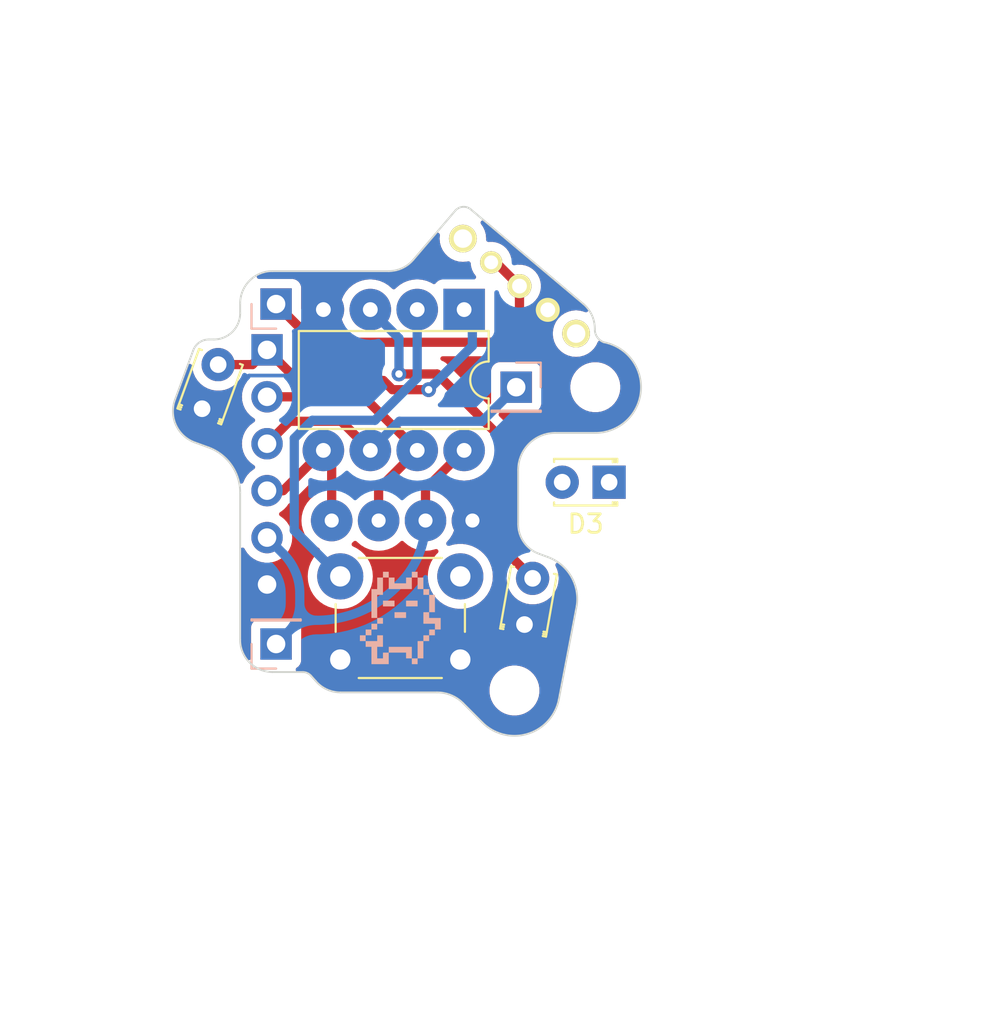
<source format=kicad_pcb>
(kicad_pcb (version 20240108) (generator "pcbnew") (generator_version "8.0")
  (layers (0 "F.Cu" signal) (31 "B.Cu" signal) (34 "B.Paste" user) (35 "F.Paste" user) (36 "B.SilkS" user "B.Silkscreen") (37 "F.SilkS" user "F.Silkscreen") (38 "B.Mask" user) (39 "F.Mask" user) (44 "Edge.Cuts" user))
  (net 0 "")
  (net 1 "GND")
  (net 2 "ISP RESET")
  (net 3 "ISP SCK")
  (net 4 "ISP MISO")
  (net 5 "ISP MOSI")
  (net 6 "BUTTON")
  (net 7 "VCC")
  (net 8 "LED")
  (net 9 "Net-(J3-Pin_1)")
  (footprint "Package_DIP:DIP-8_W7.62mm" (layer "F.Cu") (at 39.175 51.983079 -90)
    (property "Reference" "U1" (hide yes))
    (property "Value" "ATtiny85V-10P")
    (fp_line (start 1.16 8.95) (end 6.46 8.95) (stroke (width 0.12)) (layer "F.SilkS"))
    (fp_line (start 6.46 8.95) (end 6.46 -1.33) (stroke (width 0.12)) (layer "F.SilkS"))
    (fp_line (start 1.16 -1.33) (end 1.16 8.95) (stroke (width 0.12)) (layer "F.SilkS"))
    (fp_line (start 2.81 -1.33) (end 1.16 -1.33) (stroke (width 0.12)) (layer "F.SilkS"))
    (fp_line (start 6.46 -1.33) (end 4.81 -1.33) (stroke (width 0.12)) (layer "F.SilkS"))
    (fp_arc (start 4.81 -1.33) (mid 3.81 -0.33) (end 2.81 -1.33) (stroke (width 0.12)) (layer "F.SilkS"))
    (pad "1" thru_hole rect (at 0 0 270) (size 2.25 2.25) (drill 0.8) (layers "*.Cu" "*.Mask") (net 2 "ISP RESET"))
    (pad "2" thru_hole circle (at 0 2.54 270) (size 2.25 2.25) (drill 0.8) (layers "*.Cu" "*.Mask") (net 6 "BUTTON"))
    (pad "3" thru_hole circle (at 0 5.08 270) (size 2.25 2.25) (drill 0.8) (layers "*.Cu" "*.Mask") (net 8 "LED"))
    (pad "4" thru_hole circle (at 0 7.62 270) (size 2.25 2.25) (drill 0.8) (layers "*.Cu" "*.Mask") (net 1 "GND"))
    (pad "5" thru_hole circle (at 7.62 7.62 270) (size 2.25 2.25) (drill 0.8) (layers "*.Cu" "*.Mask") (net 5 "ISP MOSI"))
    (pad "6" thru_hole circle (at 7.62 5.08 270) (size 2.25 2.25) (drill 0.8) (layers "*.Cu" "*.Mask") (net 4 "ISP MISO"))
    (pad "7" thru_hole circle (at 7.62 2.54 270) (size 2.25 2.25) (drill 0.8) (layers "*.Cu" "*.Mask") (net 3 "ISP SCK"))
    (pad "8" thru_hole circle (at 7.62 0 270) (size 2.25 2.25) (drill 0.8) (layers "*.Cu" "*.Mask") (net 7 "VCC"))
  )
  (footprint "MountingHole:MountingHole_2.2mm_M2" (layer "F.Cu") (at 41.9 72.6)
    (property "Reference" "H2" (hide yes))
    (property "Value" "MountingHole" (hide yes))
    (pad "" np_thru_hole circle (at 0 0) (size 2.2 2.2) (drill 2.2) (layers "*.Cu" "*.Mask"))
  )
  (footprint "MountingHole:MountingHole_2.2mm_M2" (layer "F.Cu") (at 46.277036 56.183079)
    (property "Reference" "H1" (hide yes))
    (property "Value" "MountingHole" (hide yes))
    (pad "" np_thru_hole circle (at 0 0) (size 2.2 2.2) (drill 2.2) (layers "*.Cu" "*.Mask"))
  )
  (footprint "1825232-1:18252321" (layer "F.Cu") (at 43.704199 51.996982 140)
    (property "Reference" "SW2")
    (property "Value" "SW_Push" (hide yes))
    (pad "1" thru_hole circle (at 0 0 230) (size 1.3 1.3) (drill 0.8) (layers "*.Cu" "*.Mask" "F.SilkS") (net 1 "GND"))
    (pad "2" thru_hole circle (at 2 0 230) (size 1.3 1.3) (drill 0.8) (layers "*.Cu" "*.Mask" "F.SilkS") (net 9 "Net-(J3-Pin_1)"))
    (pad "2" thru_hole circle (at 4 0 230) (size 1.2 1.2) (drill 0.75) (layers "*.Cu" "*.Mask" "F.SilkS") (net 9 "Net-(J3-Pin_1)"))
    (pad "MH1" thru_hole circle (at -2 0 230) (size 1.5 1.5) (drill 1) (layers "*.Cu" "*.Mask" "F.SilkS"))
    (pad "MH2" thru_hole circle (at 6 0 230) (size 1.5 1.5) (drill 1) (layers "*.Cu" "*.Mask" "F.SilkS"))
  )
  (footprint "Button_Switch_THT:SW_PUSH_6mm" (layer "F.Cu") (at 38.968713 70.923675 180)
    (property "Reference" "SW1" (hide yes))
    (property "Value" "Main Button")
    (fp_line (start 6.75 3) (end 6.75 1.5) (stroke (width 0.12)) (layer "F.SilkS"))
    (fp_line (start 5.5 -1) (end 1 -1) (stroke (width 0.12)) (layer "F.SilkS"))
    (fp_line (start 1 5.5) (end 5.5 5.5) (stroke (width 0.12)) (layer "F.SilkS"))
    (fp_line (start -0.25 1.5) (end -0.25 3) (stroke (width 0.12)) (layer "F.SilkS"))
    (pad "1" thru_hole circle (at 0 0 270) (size 2.5 2.5) (drill 1.1) (layers "*.Cu" "*.Mask") (net 1 "GND"))
    (pad "1" thru_hole circle (at 6.5 0 270) (size 2.5 2.5) (drill 1.1) (layers "*.Cu" "*.Mask") (net 1 "GND"))
    (pad "2" thru_hole circle (at 0 4.5 270) (size 2.5 2.5) (drill 1.1) (layers "*.Cu" "*.Mask") (net 6 "BUTTON"))
    (pad "2" thru_hole circle (at 6.5 4.5 270) (size 2.5 2.5) (drill 1.1) (layers "*.Cu" "*.Mask") (net 6 "BUTTON"))
  )
  (footprint "LED_THT:LED_D1.8mm_W3.3mm_H2.4mm" (layer "F.Cu") (at 24.988925 57.348109 70)
    (property "Reference" "D2" (hide yes))
    (property "Value" "LED")
    (fp_line (start -0.439999 -1.26) (end -0.44 -1.079999) (stroke (width 0.12)) (layer "F.SilkS"))
    (fp_line (start -0.439999 -1.26) (end 2.98 -1.26) (stroke (width 0.12)) (layer "F.SilkS"))
    (fp_line (start -0.320001 -1.26) (end -0.32 -1.08) (stroke (width 0.12)) (layer "F.SilkS"))
    (fp_line (start -0.2 -1.259999) (end -0.2 -1.08) (stroke (width 0.12)) (layer "F.SilkS"))
    (fp_line (start 2.98 -1.26) (end 2.98 -1.095) (stroke (width 0.12)) (layer "F.SilkS"))
    (fp_line (start -0.439999 1.080001) (end -0.44 1.26) (stroke (width 0.12)) (layer "F.SilkS"))
    (fp_line (start -0.319999 1.08) (end -0.32 1.26) (stroke (width 0.12)) (layer "F.SilkS"))
    (fp_line (start -0.200001 1.08) (end -0.2 1.26) (stroke (width 0.12)) (layer "F.SilkS"))
    (fp_line (start -0.44 1.26) (end 2.98 1.26) (stroke (width 0.12)) (layer "F.SilkS"))
    (fp_line (start 2.98 1.095) (end 2.98 1.26) (stroke (width 0.12)) (layer "F.SilkS"))
    (pad "1" thru_hole rect (at 0 0 70) (size 1.8 1.8) (drill 0.9) (layers "*.Cu" "*.Mask") (net 1 "GND"))
    (pad "2" thru_hole circle (at 2.54 0.000001 70) (size 1.8 1.8) (drill 0.9) (layers "*.Cu" "*.Mask") (net 2 "ISP RESET"))
  )
  (footprint "Stepchild:Tiny OLED module" (layer "F.Cu") (at 35.815 63.4 180)
    (property "Reference" "U2" (hide yes))
    (property "Value" "OLED" (hide yes))
    (pad "1" thru_hole circle (at -3.81 0 180) (size 2.25 2.25) (drill 0.762) (layers "*.Cu" "*.Mask") (net 1 "GND"))
    (pad "2" thru_hole circle (at -1.27 0 180) (size 2.25 2.25) (drill 0.762) (layers "*.Cu" "*.Mask") (net 7 "VCC"))
    (pad "3" thru_hole circle (at 1.27 0 180) (size 2.25 2.25) (drill 0.762) (layers "*.Cu" "*.Mask") (net 3 "ISP SCK"))
    (pad "4" thru_hole circle (at 3.81 0 180) (size 2.25 2.25) (drill 0.762) (layers "*.Cu" "*.Mask") (net 5 "ISP MOSI"))
  )
  (footprint "LED_THT:LED_D1.8mm_W3.3mm_H2.4mm" (layer "F.Cu") (at 47.025 61.325 180)
    (property "Reference" "D3" (at 1.27 -2.26 180) (layer "F.SilkS"))
    (property "Value" "LED")
    (fp_line (start 2.98 1.095) (end 2.98 1.26) (stroke (width 0.12)) (layer "F.SilkS"))
    (fp_line (start 2.98 -1.26) (end 2.98 -1.095) (stroke (width 0.12)) (layer "F.SilkS"))
    (fp_line (start -0.2 1.08) (end -0.2 1.26) (stroke (width 0.12)) (layer "F.SilkS"))
    (fp_line (start -0.2 -1.26) (end -0.2 -1.08) (stroke (width 0.12)) (layer "F.SilkS"))
    (fp_line (start -0.32 1.08) (end -0.32 1.26) (stroke (width 0.12)) (layer "F.SilkS"))
    (fp_line (start -0.32 -1.26) (end -0.32 -1.08) (stroke (width 0.12)) (layer "F.SilkS"))
    (fp_line (start -0.44 1.26) (end 2.98 1.26) (stroke (width 0.12)) (layer "F.SilkS"))
    (fp_line (start -0.44 1.08) (end -0.44 1.26) (stroke (width 0.12)) (layer "F.SilkS"))
    (fp_line (start -0.44 -1.26) (end 2.98 -1.26) (stroke (width 0.12)) (layer "F.SilkS"))
    (fp_line (start -0.44 -1.26) (end -0.44 -1.08) (stroke (width 0.12)) (layer "F.SilkS"))
    (pad "1" thru_hole rect (at 0 0 180) (size 1.8 1.8) (drill 0.9) (layers "*.Cu" "*.Mask") (net 1 "GND"))
    (pad "2" thru_hole circle (at 2.54 0 180) (size 1.8 1.8) (drill 0.9) (layers "*.Cu" "*.Mask") (net 4 "ISP MISO"))
  )
  (footprint "LED_THT:LED_D1.8mm_W3.3mm_H2.4mm" (layer "F.Cu") (at 42.442843 69.03063 80)
    (property "Reference" "D1" (hide yes))
    (property "Value" "LED")
    (fp_line (start -0.44 -1.260001) (end -0.44 -1.08) (stroke (width 0.12)) (layer "F.SilkS"))
    (fp_line (start -0.44 -1.260001) (end 2.979999 -1.26) (stroke (width 0.12)) (layer "F.SilkS"))
    (fp_line (start -0.319999 -1.26) (end -0.319999 -1.079999) (stroke (width 0.12)) (layer "F.SilkS"))
    (fp_line (start -0.2 -1.260001) (end -0.2 -1.08) (stroke (width 0.12)) (layer "F.SilkS"))
    (fp_line (start 2.979999 -1.26) (end 2.98 -1.095) (stroke (width 0.12)) (layer "F.SilkS"))
    (fp_line (start -0.440001 1.08) (end -0.44 1.26) (stroke (width 0.12)) (layer "F.SilkS"))
    (fp_line (start -0.319999 1.08) (end -0.32 1.26) (stroke (width 0.12)) (layer "F.SilkS"))
    (fp_line (start -0.199999 1.08) (end -0.2 1.26) (stroke (width 0.12)) (layer "F.SilkS"))
    (fp_line (start -0.44 1.26) (end 2.980001 1.260001) (stroke (width 0.12)) (layer "F.SilkS"))
    (fp_line (start 2.98 1.095) (end 2.980001 1.260001) (stroke (width 0.12)) (layer "F.SilkS"))
    (pad "1" thru_hole rect (at 0 0 80) (size 1.8 1.8) (drill 0.9) (layers "*.Cu" "*.Mask") (net 1 "GND"))
    (pad "2" thru_hole circle (at 2.539999 0 80) (size 1.8 1.8) (drill 0.9) (layers "*.Cu" "*.Mask") (net 8 "LED"))
  )
  (footprint "Connector_PinHeader_2.54mm:PinHeader_1x01_P2.54mm_Vertical" (layer "B.Cu") (at 41.99396 56.183079 180)
    (property "Reference" "J6" (hide yes))
    (property "Value" "Conn_01x01_Female")
    (fp_line (start 1.33 -1.27) (end -1.33 -1.27) (stroke (width 0.12)) (layer "B.SilkS"))
    (fp_line (start 1.33 -1.33) (end 1.33 -1.27) (stroke (width 0.12)) (layer "B.SilkS"))
    (fp_line (start 1.33 -1.33) (end -1.33 -1.33) (stroke (width 0.12)) (layer "B.SilkS"))
    (fp_line (start 0 1.33) (end -1.33 1.33) (stroke (width 0.12)) (layer "B.SilkS"))
    (fp_line (start -1.33 1.33) (end -1.33 0) (stroke (width 0.12)) (layer "B.SilkS"))
    (fp_line (start -1.33 -1.33) (end -1.33 -1.27) (stroke (width 0.12)) (layer "B.SilkS"))
    (pad "1" thru_hole rect (at 0 0 180) (size 1.7 1.7) (drill 1) (layers "*.Cu" "*.Mask") (net 4 "ISP MISO"))
  )
  (footprint "LOGO" (layer "B.Cu") (at 35.718713 68.673675 180)
    (property "Reference" "G***" (hide yes))
    (property "Value" "LOGO" (hide yes))
    (fp_poly (pts (xy 1.875461 -0.781442) (xy 1.875461 -0.937731) (xy 1.719173 -0.937731) (xy 1.562884 -0.937731) (xy 1.562884 -0.781442) (xy 1.562884 -0.625154) (xy 1.719173 -0.625154) (xy 1.875461 -0.625154)) (fill solid) (layer "B.SilkS"))
    (fp_poly (pts (xy 1.562884 -0.468865) (xy 1.562884 -0.625154) (xy 1.406596 -0.625154) (xy 1.250307 -0.625154) (xy 1.250307 -0.468865) (xy 1.250307 -0.312577) (xy 1.406596 -0.312577) (xy 1.562884 -0.312577)) (fill solid) (layer "B.SilkS"))
    (fp_poly (pts (xy 0.937731 0.781442) (xy 0.937731 0.625154) (xy 0.625154 0.625154) (xy 0.312577 0.625154) (xy 0.312577 0.781442) (xy 0.312577 0.937731) (xy 0.625154 0.937731) (xy 0.937731 0.937731)) (fill solid) (layer "B.SilkS"))
    (fp_poly (pts (xy 0.312577 0.156289) (xy 0.312577 0) (xy 0 0) (xy -0.312577 0) (xy -0.312577 0.156289) (xy -0.312577 0.312577) (xy 0 0.312577) (xy 0.312577 0.312577)) (fill solid) (layer "B.SilkS"))
    (fp_poly (pts (xy -0.312577 0.781442) (xy -0.312577 0.625154) (xy -0.625154 0.625154) (xy -0.937731 0.625154) (xy -0.937731 0.781442) (xy -0.937731 0.937731) (xy -0.625154 0.937731) (xy -0.312577 0.937731)) (fill solid) (layer "B.SilkS"))
    (fp_poly (pts (xy -1.250308 -1.094019) (xy -1.250308 -1.250307) (xy -1.406596 -1.250307) (xy -1.562885 -1.250307) (xy -1.562885 -1.094019) (xy -1.562885 -0.937731) (xy -1.406596 -0.937731) (xy -1.250308 -0.937731)) (fill solid) (layer "B.SilkS"))
    (fp_poly (pts (xy -1.562885 -0.781442) (xy -1.562885 -0.937731) (xy -1.719173 -0.937731) (xy -1.875462 -0.937731) (xy -1.875462 -0.781442) (xy -1.875462 -0.625154) (xy -1.719173 -0.625154) (xy -1.562885 -0.625154)) (fill solid) (layer "B.SilkS"))
    (fp_poly (pts (xy -1.250308 0) (xy -1.250308 -0.312577) (xy -1.562885 -0.312577) (xy -1.875462 -0.312577) (xy -1.875462 -0.468865) (xy -1.875462 -0.625154) (xy -2.03175 -0.625154) (xy -2.188039 -0.625154) (xy -2.188039 -0.312577) (xy -2.188039 0) (xy -1.875462 0) (xy -1.562885 0) (xy -1.562885 0.156289) (xy -1.562885 0.312577) (xy -1.406596 0.312577) (xy -1.250308 0.312577)) (fill solid) (layer "B.SilkS"))
    (fp_poly (pts (xy 1.250307 1.875462) (xy 1.250307 1.562885) (xy 1.406596 1.562885) (xy 1.562884 1.562885) (xy 1.562884 0.781442) (xy 1.562884 0) (xy 1.406596 0) (xy 1.250307 0) (xy 1.250307 -0.156288) (xy 1.250307 -0.312577) (xy 1.094019 -0.312577) (xy 0.937731 -0.312577) (xy 0.937731 -0.156288) (xy 0.937731 0) (xy 1.094019 0) (xy 1.250307 0) (xy 1.250307 0.625154) (xy 1.250307 1.250308) (xy 1.094019 1.250308) (xy 0.937731 1.250308) (xy 0.937731 1.719173) (xy 0.937731 2.188039) (xy 1.094019 2.188039) (xy 1.250307 2.188039)) (fill solid) (layer "B.SilkS"))
    (fp_poly (pts (xy 0.937731 2.344327) (xy 0.937731 2.188039) (xy 0.781442 2.188039) (xy 0.625154 2.188039) (xy 0.625154 1.875462) (xy 0.625154 1.562885) (xy 0 1.562885) (xy -0.625154 1.562885) (xy -0.625154 1.875462) (xy -0.625154 2.188039) (xy -0.468866 2.188039) (xy -0.312577 2.188039) (xy -0.312577 2.03175) (xy -0.312577 1.875462) (xy 0 1.875462) (xy 0.312577 1.875462) (xy 0.312577 2.03175) (xy 0.312577 2.188039) (xy 0.468865 2.188039) (xy 0.625154 2.188039) (xy 0.625154 2.344327) (xy 0.625154 2.500615) (xy 0.781442 2.500615) (xy 0.937731 2.500615)) (fill solid) (layer "B.SilkS"))
    (fp_poly (pts (xy -0.937731 -1.719173) (xy -0.937731 -2.188038) (xy -0.781442 -2.188038) (xy -0.625154 -2.188038) (xy -0.625154 -1.875461) (xy -0.625154 -1.562884) (xy 0 -1.562884) (xy 0.625154 -1.562884) (xy 0.625154 -1.719173) (xy 0.625154 -1.875461) (xy 0.156288 -1.875461) (xy -0.312577 -1.875461) (xy -0.312577 -2.03175) (xy -0.312577 -2.188038) (xy -0.468866 -2.188038) (xy -0.625154 -2.188038) (xy -0.625154 -2.344327) (xy -0.625154 -2.500615) (xy -0.781442 -2.500615) (xy -0.937731 -2.500615) (xy -0.937731 -2.344327) (xy -0.937731 -2.188038) (xy -1.094019 -2.188038) (xy -1.250308 -2.188038) (xy -1.250308 -1.719173) (xy -1.250308 -1.250307) (xy -1.094019 -1.250307) (xy -0.937731 -1.250307)) (fill solid) (layer "B.SilkS"))
    (fp_poly (pts (xy -0.625154 2.344327) (xy -0.625154 2.188039) (xy -0.781442 2.188039) (xy -0.937731 2.188039) (xy -0.937731 1.875462) (xy -0.937731 1.562885) (xy -1.094019 1.562885) (xy -1.250308 1.562885) (xy -1.250308 1.406596) (xy -1.250308 1.250308) (xy -1.406596 1.250308) (xy -1.562885 1.250308) (xy -1.562885 0.781442) (xy -1.562885 0.312577) (xy -1.719173 0.312577) (xy -1.875462 0.312577) (xy -1.875462 0.781442) (xy -1.875462 1.250308) (xy -1.719173 1.250308) (xy -1.562885 1.250308) (xy -1.562885 1.406596) (xy -1.562885 1.562885) (xy -1.406596 1.562885) (xy -1.250308 1.562885) (xy -1.250308 1.875462) (xy -1.250308 2.188039) (xy -1.094019 2.188039) (xy -0.937731 2.188039) (xy -0.937731 2.344327) (xy -0.937731 2.500615) (xy -0.781442 2.500615) (xy -0.625154 2.500615)) (fill solid) (layer "B.SilkS"))
    (fp_poly (pts (xy 1.250307 -1.094019) (xy 1.250307 -1.250307) (xy 1.562884 -1.250307) (xy 1.875461 -1.250307) (xy 1.875461 -1.094019) (xy 1.875461 -0.937731) (xy 2.03175 -0.937731) (xy 2.188038 -0.937731) (xy 2.188038 -1.094019) (xy 2.188038 -1.250307) (xy 2.03175 -1.250307) (xy 1.875461 -1.250307) (xy 1.875461 -1.406596) (xy 1.875461 -1.562884) (xy 1.719173 -1.562884) (xy 1.562884 -1.562884) (xy 1.562884 -2.03175) (xy 1.562884 -2.500615) (xy 1.094019 -2.500615) (xy 0.625154 -2.500615) (xy 0.625154 -2.188038) (xy 0.625154 -1.875461) (xy 0.781442 -1.875461) (xy 0.937731 -1.875461) (xy 0.937731 -2.03175) (xy 0.937731 -2.188038) (xy 1.094019 -2.188038) (xy 1.250307 -2.188038) (xy 1.250307 -1.875461) (xy 1.250307 -1.562884) (xy 1.094019 -1.562884) (xy 0.937731 -1.562884) (xy 0.937731 -1.250307) (xy 0.937731 -0.937731) (xy 1.094019 -0.937731) (xy 1.250307 -0.937731)) (fill solid) (layer "B.SilkS"))
  )
  (footprint "Connector_PinHeader_2.54mm:PinHeader_1x06_P2.54mm_Vertical" (layer "B.Cu") (at 28.505077 54.163079 180)
    (property "Reference" "J1" (hide yes))
    (property "Value" "Programming port" (hide yes))
    (pad "1" thru_hole rect (at 0 0 180) (size 1.7 1.7) (drill 1) (layers "*.Cu" "*.Mask") (net 2 "ISP RESET"))
    (pad "2" thru_hole oval (at 0 -2.54 180) (size 1.7 1.7) (drill 1) (layers "*.Cu" "*.Mask") (net 3 "ISP SCK"))
    (pad "3" thru_hole oval (at 0 -5.08 180) (size 1.7 1.7) (drill 1) (layers "*.Cu" "*.Mask") (net 4 "ISP MISO"))
    (pad "4" thru_hole oval (at 0 -7.62 180) (size 1.7 1.7) (drill 1) (layers "*.Cu" "*.Mask") (net 5 "ISP MOSI"))
    (pad "5" thru_hole oval (at 0 -10.16 180) (size 1.7 1.7) (drill 1) (layers "*.Cu" "*.Mask") (net 7 "VCC"))
    (pad "6" thru_hole oval (at 0 -12.7 180) (size 1.7 1.7) (drill 1) (layers "*.Cu" "*.Mask") (net 1 "GND"))
  )
  (footprint "Connector_PinHeader_2.54mm:PinHeader_1x01_P2.54mm_Vertical" (layer "B.Cu") (at 28.99396 51.683079)
    (property "Reference" "J3" (hide yes))
    (property "Value" "Conn_01x01_Female" (hide yes))
    (fp_line (start -1.33 1.33) (end -1.33 0) (stroke (width 0.12)) (layer "B.SilkS"))
    (fp_line (start 0 1.33) (end -1.33 1.33) (stroke (width 0.12)) (layer "B.SilkS"))
    (pad "1" thru_hole rect (at 0 0) (size 1.7 1.7) (drill 1) (layers "*.Cu" "*.Mask") (net 9 "Net-(J3-Pin_1)"))
  )
  (footprint "Connector_PinHeader_2.54mm:PinHeader_1x01_P2.54mm_Vertical" (layer "B.Cu") (at 28.99396 70.083079)
    (property "Reference" "J2" (hide yes))
    (property "Value" "Conn_01x01_Female" (hide yes))
    (fp_line (start -1.33 -1.33) (end -1.33 -1.27) (stroke (width 0.12)) (layer "B.SilkS"))
    (fp_line (start -1.33 1.33) (end -1.33 0) (stroke (width 0.12)) (layer "B.SilkS"))
    (fp_line (start 0 1.33) (end -1.33 1.33) (stroke (width 0.12)) (layer "B.SilkS"))
    (fp_line (start 1.33 -1.33) (end -1.33 -1.33) (stroke (width 0.12)) (layer "B.SilkS"))
    (fp_line (start 1.33 -1.33) (end 1.33 -1.27) (stroke (width 0.12)) (layer "B.SilkS"))
    (fp_line (start 1.33 -1.27) (end -1.33 -1.27) (stroke (width 0.12)) (layer "B.SilkS"))
    (pad "1" thru_hole rect (at 0 0) (size 1.7 1.7) (drill 1) (layers "*.Cu" "*.Mask") (net 7 "VCC"))
  )
  (gr_arc (start 30.440008 71.6) (mid 30.684445 71.652052) (end 30.886476 71.799168) (stroke (width 0.1)) (layer "Edge.Cuts"))
  (gr_line (start 25.339186 59.443399) (end 24.595954 59.172885) (stroke (width 0.1)) (layer "Edge.Cuts"))
  (gr_arc (start 42.1 60.657166) (mid 42.685798 59.242974) (end 44.1 58.657166) (stroke (width 0.1)) (layer "Edge.Cuts"))
  (gr_line (start 46.250002 53.01457) (end 46.250001 53.049988) (stroke (width 0.1)) (layer "Edge.Cuts"))
  (gr_line (start 42.1 60.657166) (end 42.1 63.598583) (stroke (width 0.1)) (layer "Edge.Cuts"))
  (gr_arc (start 38.709268 46.611441) (mid 39.11203 46.420049) (end 39.535638 46.559412) (stroke (width 0.1)) (layer "Edge.Cuts"))
  (gr_line (start 27.05 51.65) (end 27.05 52.175) (stroke (width 0.1)) (layer "Edge.Cuts"))
  (gr_arc (start 36.423942 49.286668) (mid 35.825924 49.739303) (end 35.093346 49.9) (stroke (width 0.1)) (layer "Edge.Cuts"))
  (gr_line (start 27.05 69.85) (end 27.049933 61.886578) (stroke (width 0.1)) (layer "Edge.Cuts"))
  (gr_line (start 39.535638 46.559412) (end 45.625535 51.674514) (stroke (width 0.1)) (layer "Edge.Cuts"))
  (gr_arc (start 32.475 72.7) (mid 31.740032 72.538182) (end 31.140985 72.082654) (stroke (width 0.1)) (layer "Edge.Cuts"))
  (gr_arc (start 46.735658 53.751871) (mid 48.74038 56.41339) (end 46.277036 58.657166) (stroke (width 0.1)) (layer "Edge.Cuts"))
  (gr_line (start 40.167711 74.332289) (end 39.121208 73.285786) (stroke (width 0.1)) (layer "Edge.Cuts"))
  (gr_line (start 38.709268 46.611441) (end 36.423942 49.286668) (stroke (width 0.1)) (layer "Edge.Cuts"))
  (gr_line (start 25.625 53.6) (end 25.352255 53.6) (stroke (width 0.1)) (layer "Edge.Cuts"))
  (gr_line (start 24.507887 54.188481) (end 23.522855 56.858401) (stroke (width 0.1)) (layer "Edge.Cuts"))
  (gr_arc (start 27.05 51.65) (mid 27.562563 50.412563) (end 28.8 49.9) (stroke (width 0.1)) (layer "Edge.Cuts"))
  (gr_arc (start 25.339186 59.443399) (mid 26.579708 60.395298) (end 27.049933 61.886578) (stroke (width 0.1)) (layer "Edge.Cuts"))
  (gr_line (start 46.277036 58.657166) (end 44.1 58.657166) (stroke (width 0.1)) (layer "Edge.Cuts"))
  (gr_line (start 35.093346 49.9) (end 28.8 49.9) (stroke (width 0.1)) (layer "Edge.Cuts"))
  (gr_arc (start 27.05 52.175) (mid 26.632627 53.182627) (end 25.625 53.6) (stroke (width 0.1)) (layer "Edge.Cuts"))
  (gr_arc (start 24.595954 59.172885) (mid 23.578575 58.238578) (end 23.522855 56.858401) (stroke (width 0.1)) (layer "Edge.Cuts"))
  (gr_arc (start 37.706995 72.7) (mid 38.472363 72.852239) (end 39.121208 73.285786) (stroke (width 0.1)) (layer "Edge.Cuts"))
  (gr_arc (start 46.735658 53.75187) (mid 46.383249 53.476751) (end 46.250001 53.049988) (stroke (width 0.1)) (layer "Edge.Cuts"))
  (gr_arc (start 44.298057 73.100976) (mid 42.599889 74.947724) (end 40.167711 74.332289) (stroke (width 0.1)) (layer "Edge.Cuts"))
  (gr_line (start 44.298057 73.100976) (end 45.27163 68.000859) (stroke (width 0.1)) (layer "Edge.Cuts"))
  (gr_line (start 43.706101 65.375837) (end 43.21189 65.193614) (stroke (width 0.1)) (layer "Edge.Cuts"))
  (gr_arc (start 45.625535 51.674514) (mid 46.086212 52.275363) (end 46.250002 53.01457) (stroke (width 0.1)) (layer "Edge.Cuts"))
  (gr_arc (start 28.8 71.6) (mid 27.562563 71.087437) (end 27.05 69.85) (stroke (width 0.1)) (layer "Edge.Cuts"))
  (gr_arc (start 24.507887 54.188481) (mid 24.837651 53.761634) (end 25.352255 53.6) (stroke (width 0.1)) (layer "Edge.Cuts"))
  (gr_arc (start 43.706101 65.375837) (mid 44.956084 66.409705) (end 45.27163 68.000859) (stroke (width 0.1)) (layer "Edge.Cuts"))
  (gr_arc (start 43.21189 65.193614) (mid 42.405406 64.570748) (end 42.1 63.598583) (stroke (width 0.1)) (layer "Edge.Cuts"))
  (gr_line (start 31.140985 72.082654) (end 30.886476 71.799168) (stroke (width 0.1)) (layer "Edge.Cuts"))
  (gr_line (start 28.8 71.6) (end 30.440008 71.6) (stroke (width 0.1)) (layer "Edge.Cuts"))
  (gr_line (start 37.706995 72.7) (end 32.475 72.7) (stroke (width 0.1)) (layer "Edge.Cuts"))
  (segment (start 27.536921 55.553079) (end 30.146921 55.553079) (width 0.2) (layer "B.Cu") (net 1))
  (segment (start 30.146921 55.553079) (end 30.15 55.55) (width 0.2) (layer "B.Cu") (net 1))
  (segment (start 25.75 57.34) (end 27.536921 55.553079) (width 0.2) (layer "B.Cu") (net 1))
  (segment (start 28.505077 54.163079) (end 30.162256 55.820258) (width 0.5) (layer "F.Cu") (net 2))
  (segment (start 30.162256 55.820258) (end 34.79736 55.820258) (width 0.5) (layer "F.Cu") (net 2))
  (segment (start 25.857657 54.96129) (end 27.706866 54.96129) (width 0.5) (layer "F.Cu") (net 2))
  (segment (start 27.706866 54.96129) (end 28.505077 54.163079) (width 0.5) (layer "F.Cu") (net 2))
  (segment (start 35.295278 56.318176) (end 37.25 56.318176) (width 0.5) (layer "F.Cu") (net 2))
  (segment (start 34.79736 55.820258) (end 35.295278 56.318176) (width 0.5) (layer "F.Cu") (net 2))
  (via (at 37.25 56.318176) (size 0.8) (drill 0.4) (layers "F.Cu" "B.Cu") (net 2))
  (segment (start 37.25 56.318176) (end 39.620077 53.948099) (width 0.5) (layer "B.Cu") (net 2))
  (segment (start 39.620077 53.948099) (end 39.620077 51.983079) (width 0.5) (layer "B.Cu") (net 2))
  (segment (start 36.635 59.603079) (end 33.735 56.703079) (width 0.5) (layer "F.Cu") (net 3))
  (segment (start 34.545 63.4) (end 34.545 61.693079) (width 0.5) (layer "F.Cu") (net 3))
  (segment (start 33.735 56.703079) (end 28.505077 56.703079) (width 0.5) (layer "F.Cu") (net 3))
  (segment (start 34.545 61.693079) (end 36.635 59.603079) (width 0.5) (layer "F.Cu") (net 3))
  (segment (start 29.720077 58.028079) (end 28.505077 59.243079) (width 0.5) (layer "F.Cu") (net 4))
  (segment (start 34.095 59.603079) (end 32.52 58.028079) (width 0.5) (layer "F.Cu") (net 4))
  (segment (start 32.52 58.028079) (end 29.720077 58.028079) (width 0.5) (layer "F.Cu") (net 4))
  (segment (start 34.095 59.603079) (end 35.67 58.028079) (width 0.5) (layer "B.Cu") (net 4))
  (segment (start 35.67 58.028079) (end 40.14896 58.028079) (width 0.5) (layer "B.Cu") (net 4))
  (segment (start 40.14896 58.028079) (end 41.99396 56.183079) (width 0.5) (layer "B.Cu") (net 4))
  (segment (start 29.375 61.783079) (end 31.555 59.603079) (width 0.5) (layer "F.Cu") (net 5))
  (segment (start 32.005 63.4) (end 32.005 60.053079) (width 0.5) (layer "F.Cu") (net 5))
  (segment (start 28.505077 61.783079) (end 29.375 61.783079) (width 0.5) (layer "F.Cu") (net 5))
  (segment (start 32.468713 66.423675) (end 29.98 63.934962) (width 0.5) (layer "B.Cu") (net 6))
  (segment (start 34.342618 57.975) (end 36.635 55.682618) (width 0.5) (layer "B.Cu") (net 6))
  (segment (start 30.955692 57.975) (end 34.342618 57.975) (width 0.5) (layer "B.Cu") (net 6))
  (segment (start 29.98 58.950692) (end 30.955692 57.975) (width 0.5) (layer "B.Cu") (net 6))
  (segment (start 36.635 55.682618) (end 36.635 51.983079) (width 0.5) (layer "B.Cu") (net 6))
  (segment (start 29.98 63.934962) (end 29.98 58.950692) (width 0.5) (layer "B.Cu") (net 6))
  (segment (start 37.085 61.693079) (end 39.175 59.603079) (width 0.5) (layer "F.Cu") (net 7))
  (segment (start 37.085 63.4) (end 37.085 61.693079) (width 0.5) (layer "F.Cu") (net 7))
  (segment (start 35.660164 66.839834) (end 35.478902 67.021096) (width 0.5) (layer "B.Cu") (net 7))
  (segment (start 29.391058 65.20906) (end 28.505077 64.323079) (width 0.5) (layer "B.Cu") (net 7))
  (segment (start 30.277039 67.892726) (end 30.277039 67.348007) (width 0.5) (layer "B.Cu") (net 7))
  (segment (start 29.635499 69.441539) (end 28.99396 70.083079) (width 0.5) (layer "B.Cu") (net 7))
  (arc (start 35.478902 67.021096) (mid 33.508501 68.337678) (end 31.184312 68.8) (width 0.5) (layer "B.Cu") (net 7))
  (arc (start 30.277039 67.892726) (mid 30.542773 68.534265) (end 31.184312 68.8) (width 0.5) (layer "B.Cu") (net 7))
  (arc (start 29.391058 65.20906) (mid 30.04678 66.190417) (end 30.277039 67.348007) (width 0.5) (layer "B.Cu") (net 7))
  (arc (start 29.635499 69.441539) (mid 30.110308 68.730937) (end 30.277039 67.892726) (width 0.5) (layer "B.Cu") (net 7))
  (arc (start 37.085 63.4) (mid 36.714697 65.261614) (end 35.660164 66.839834) (width 0.5) (layer "B.Cu") (net 7))
  (arc (start 31.184312 68.8) (mid 30.3461 68.96673) (end 29.635499 69.441539) (width 0.5) (layer "B.Cu") (net 7))
  (segment (start 35.64736 55.468176) (end 37.712561 55.468176) (width 0.5) (layer "F.Cu") (net 8))
  (segment (start 41.225 58.980615) (end 41.225 64.87031) (width 0.5) (layer "F.Cu") (net 8))
  (segment (start 37.712561 55.468176) (end 41.225 58.980615) (width 0.5) (layer "F.Cu") (net 8))
  (segment (start 41.225 64.87031) (end 42.883909 66.529219) (width 0.5) (layer "F.Cu") (net 8))
  (via (at 35.64736 55.468176) (size 0.8) (drill 0.4) (layers "F.Cu" "B.Cu") (net 8))
  (segment (start 35.64736 55.468176) (end 35.64736 53.535439) (width 0.5) (layer "B.Cu") (net 8))
  (segment (start 35.64736 53.535439) (end 34.095 51.983079) (width 0.5) (layer "B.Cu") (net 8))
  (segment (start 41.003156 53.75) (end 31.060881 53.75) (width 0.5) (layer "F.Cu") (net 9))
  (segment (start 42.17211 52.581046) (end 41.003156 53.75) (width 0.5) (layer "F.Cu") (net 9))
  (segment (start 31.060881 53.75) (end 28.99396 51.683079) (width 0.5) (layer "F.Cu") (net 9))
  (segment (start 40.886535 49.425832) (end 42.17211 50.711407) (width 0.5) (layer "F.Cu") (net 9))
  (segment (start 42.17211 50.711407) (end 42.17211 52.581046) (width 0.5) (layer "F.Cu") (net 9))
  (zone (net 1) (net_name "GND") (layers "F&B.Cu") (connect_pads yes (clearance 0.508)) (min_thickness 0.254) (fill yes (thermal_gap 0.508) (thermal_bridge_width 0.508))
    (polygon (pts (xy 67.55074 90.65029) (xy 14.046288 83.481869) (xy 15.243089 35.225641) (xy 58.4 40.8)))
  )
)
</source>
